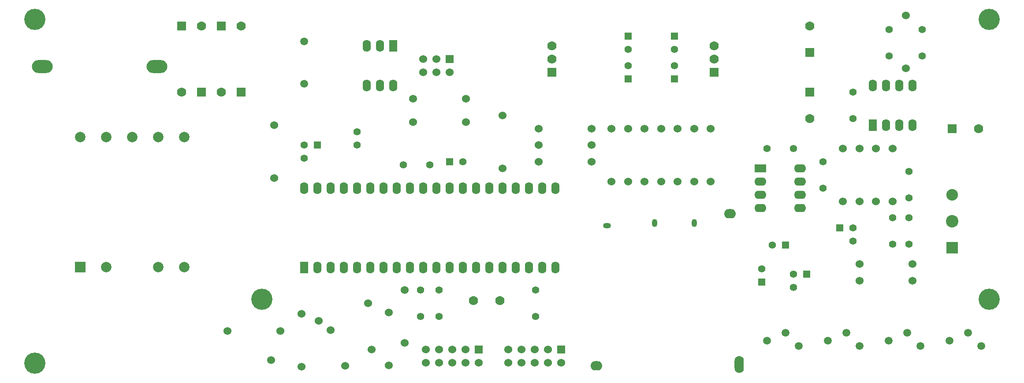
<source format=gbr>
G04 (created by PCBNEW (2013-june-11)-stable) date St 26. únor 2014, 21:47:00 CET*
%MOIN*%
G04 Gerber Fmt 3.4, Leading zero omitted, Abs format*
%FSLAX34Y34*%
G01*
G70*
G90*
G04 APERTURE LIST*
%ADD10C,0.00590551*%
%ADD11R,0.055X0.055*%
%ADD12C,0.055*%
%ADD13C,0.06*%
%ADD14O,0.1575X0.0984*%
%ADD15R,0.09X0.062*%
%ADD16O,0.09X0.062*%
%ADD17R,0.062X0.09*%
%ADD18O,0.062X0.09*%
%ADD19C,0.07*%
%ADD20R,0.07X0.07*%
%ADD21C,0.0943*%
%ADD22R,0.0882X0.0882*%
%ADD23C,0.0882*%
%ADD24C,0.0590551*%
%ADD25R,0.0787402X0.0787402*%
%ADD26C,0.0787402*%
%ADD27R,0.06X0.06*%
%ADD28O,0.06X0.04*%
%ADD29O,0.04X0.06*%
%ADD30O,0.09X0.07*%
%ADD31O,0.07X0.13*%
%ADD32C,0.16*%
G04 APERTURE END LIST*
G54D10*
G54D11*
X22500Y17750D03*
G54D12*
X21500Y17750D03*
X21500Y16750D03*
G54D11*
X62000Y11500D03*
G54D12*
X63000Y11500D03*
X63000Y10500D03*
G54D13*
X29750Y19500D03*
X33750Y19500D03*
X29100Y2800D03*
X29100Y6800D03*
X21300Y5000D03*
X21300Y1000D03*
X19250Y19250D03*
X19250Y15250D03*
X46000Y15000D03*
X46000Y19000D03*
X43250Y16500D03*
X39250Y16500D03*
X43250Y17750D03*
X39250Y17750D03*
X43250Y19000D03*
X39250Y19000D03*
X51000Y15000D03*
X51000Y19000D03*
X49750Y15000D03*
X49750Y19000D03*
X47250Y15000D03*
X47250Y19000D03*
X44750Y19000D03*
X44750Y15000D03*
X48500Y15000D03*
X48500Y19000D03*
X52250Y19000D03*
X52250Y15000D03*
X67000Y23550D03*
X67000Y27550D03*
X66000Y13500D03*
X66000Y17500D03*
X62250Y13500D03*
X62250Y17500D03*
X63500Y8750D03*
X67500Y8750D03*
X63500Y7500D03*
X67500Y7500D03*
X33750Y21250D03*
X29750Y21250D03*
X63500Y17500D03*
X63500Y13500D03*
X36500Y16000D03*
X36500Y20000D03*
X64750Y13500D03*
X64750Y17500D03*
G54D14*
X10381Y23700D03*
X1719Y23700D03*
G54D15*
X56000Y16000D03*
G54D16*
X56000Y15000D03*
X56000Y14000D03*
X56000Y13000D03*
X59000Y13000D03*
X59000Y14000D03*
X59000Y15000D03*
X59000Y16000D03*
G54D17*
X64500Y19250D03*
G54D18*
X65500Y19250D03*
X66500Y19250D03*
X67500Y19250D03*
X67500Y22250D03*
X66500Y22250D03*
X65500Y22250D03*
X64500Y22250D03*
G54D17*
X21500Y8500D03*
G54D18*
X22500Y8500D03*
X23500Y8500D03*
X24500Y8500D03*
X25500Y8500D03*
X26500Y8500D03*
X27500Y8500D03*
X28500Y8500D03*
X29500Y8500D03*
X30500Y8500D03*
X31500Y8500D03*
X32500Y8500D03*
X33500Y8500D03*
X34500Y8500D03*
X35500Y8500D03*
X36500Y8500D03*
X37500Y8500D03*
X38500Y8500D03*
X39500Y8500D03*
X40500Y8500D03*
X40500Y14500D03*
X39500Y14500D03*
X38500Y14500D03*
X37500Y14500D03*
X36500Y14500D03*
X35500Y14500D03*
X34500Y14500D03*
X33500Y14500D03*
X32500Y14500D03*
X31500Y14500D03*
X30500Y14500D03*
X29500Y14500D03*
X28500Y14500D03*
X27500Y14500D03*
X26500Y14500D03*
X25500Y14500D03*
X24500Y14500D03*
X23500Y14500D03*
X22500Y14500D03*
X21500Y14500D03*
G54D19*
X16750Y26750D03*
G54D20*
X16750Y21750D03*
G54D19*
X15250Y21750D03*
G54D20*
X15250Y26750D03*
G54D19*
X12250Y21750D03*
G54D20*
X12250Y26750D03*
G54D19*
X13750Y26750D03*
G54D20*
X13750Y21750D03*
X59750Y21750D03*
G54D19*
X59750Y19750D03*
G54D20*
X70500Y19000D03*
G54D19*
X72500Y19000D03*
G54D20*
X59750Y24750D03*
G54D19*
X59750Y26750D03*
G54D12*
X66000Y10250D03*
X66000Y12250D03*
X63000Y21750D03*
X63000Y19750D03*
X68250Y24500D03*
X68250Y26500D03*
X67250Y13750D03*
X67250Y15750D03*
X67250Y10250D03*
X67250Y12250D03*
X39000Y6800D03*
X39000Y4800D03*
X31700Y6800D03*
X31700Y4800D03*
X30300Y4800D03*
X30300Y6800D03*
X31000Y16250D03*
X29000Y16250D03*
G54D11*
X57900Y10200D03*
G54D12*
X56900Y10200D03*
G54D11*
X56100Y7400D03*
G54D12*
X56100Y8400D03*
G54D11*
X46000Y22750D03*
G54D12*
X46000Y23750D03*
G54D11*
X46000Y26000D03*
G54D12*
X46000Y25000D03*
X60750Y14500D03*
X60750Y16500D03*
G54D21*
X70500Y12000D03*
G54D22*
X70500Y10000D03*
G54D23*
X70500Y14000D03*
G54D12*
X65750Y24500D03*
X65750Y26500D03*
G54D11*
X59500Y8000D03*
G54D12*
X58500Y8000D03*
X58500Y7000D03*
G54D19*
X36300Y6000D03*
X34300Y6000D03*
G54D11*
X32500Y16500D03*
G54D12*
X33500Y16500D03*
G54D20*
X40250Y23250D03*
G54D19*
X40250Y25250D03*
X40250Y24250D03*
G54D11*
X49500Y22750D03*
G54D12*
X49500Y23750D03*
G54D11*
X49500Y26000D03*
G54D12*
X49500Y25000D03*
G54D20*
X52500Y23250D03*
G54D19*
X52500Y25250D03*
X52500Y24250D03*
G54D24*
X21500Y25600D03*
X21500Y22400D03*
G54D13*
X19700Y3700D03*
X15700Y3700D03*
G54D17*
X28250Y25250D03*
G54D18*
X27250Y25250D03*
X26250Y25250D03*
X26250Y22250D03*
X27250Y22250D03*
X28250Y22250D03*
G54D25*
X4562Y8528D03*
G54D26*
X6531Y8528D03*
X10468Y8528D03*
X12437Y8528D03*
X12437Y18371D03*
X10468Y18371D03*
X8500Y18371D03*
X6531Y18371D03*
X4562Y18371D03*
G54D27*
X32500Y24250D03*
G54D13*
X32500Y23250D03*
X31500Y24250D03*
X31500Y23250D03*
X30500Y24250D03*
X30500Y23250D03*
X27900Y5100D03*
X27900Y1100D03*
G54D27*
X34700Y2300D03*
G54D13*
X34700Y1300D03*
X33700Y2300D03*
X33700Y1300D03*
X32700Y2300D03*
X32700Y1300D03*
X31700Y2300D03*
X31700Y1300D03*
X30700Y2300D03*
X30700Y1300D03*
G54D27*
X40950Y2300D03*
G54D13*
X40950Y1300D03*
X39950Y2300D03*
X39950Y1300D03*
X38950Y2300D03*
X38950Y1300D03*
X37950Y2300D03*
X37950Y1300D03*
X36950Y2300D03*
X36950Y1300D03*
G54D12*
X58500Y17500D03*
X56500Y17500D03*
G54D28*
X44400Y11650D03*
G54D29*
X51000Y11850D03*
G54D30*
X53700Y12550D03*
G54D29*
X48000Y11850D03*
G54D30*
X43600Y1050D03*
G54D31*
X54400Y1150D03*
G54D12*
X25500Y17750D03*
X25500Y18750D03*
G54D13*
X19000Y1500D03*
G54D24*
X57900Y3550D03*
X56500Y2950D03*
X58900Y2550D03*
X62500Y3550D03*
X61100Y2950D03*
X63500Y2550D03*
X67100Y3550D03*
X65700Y2950D03*
X68100Y2550D03*
X71700Y3550D03*
X70300Y2950D03*
X72700Y2550D03*
G54D13*
X24600Y1050D03*
X26600Y2300D03*
X23500Y3750D03*
X22600Y4450D03*
X26350Y5800D03*
G54D32*
X1150Y1250D03*
X1150Y27250D03*
X73300Y27250D03*
X73300Y6100D03*
X18300Y6100D03*
M02*

</source>
